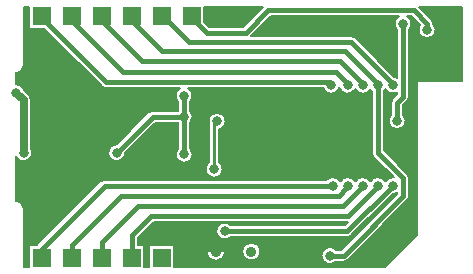
<source format=gbr>
%FSLAX25Y25*%
%MOIN*%
G04 EasyPC Gerber Version 18.0.8 Build 3632 *
%ADD119R,0.06000X0.06000*%
%ADD99C,0.00500*%
%ADD103C,0.01000*%
%ADD123C,0.01500*%
%ADD121C,0.02500*%
%ADD120C,0.03200*%
%ADD109C,0.03543*%
X0Y0D02*
D02*
D99*
X50250Y25250D02*
G75*
G02X52750Y22750J-2500D01*
G01*
Y3250*
X54500*
Y10500*
X57189*
G75*
G02X57336Y10664I1561J-1252*
G01*
X78336Y31664*
G75*
G02X79750Y32250I1414J-1414*
G01*
X153720*
G75*
G02X158250Y31619I2030J-2000*
G01*
G75*
G02X163250I2500J-1369*
G01*
G75*
G02X168250I2500J-1369*
G01*
G75*
G02X173250I2500J-1369*
G01*
G75*
G02X176092Y33080I2500J-1369*
G01*
X169336Y39836*
G75*
G02X168750Y41250I1414J1414*
G01*
Y61720*
G75*
G02X168250Y62381I1999J2030*
G01*
G75*
G02X163250I-2500J1369*
G01*
G75*
G02X158000Y63000I-2500J1369*
G01*
G75*
G02X152580Y62750I-2750J750*
G01*
X107619*
G75*
G02X108250Y58220I-1369J-2500*
G01*
Y55280*
G75*
G02Y51220I-2000J-2030*
G01*
Y42780*
G75*
G02X109100Y40750I-2000J-2030*
G01*
G75*
G02X103400I-2850*
G01*
G75*
G02X104250Y42780I2850*
G01*
Y51220*
G75*
G02X104220Y51250I1993J2023*
G01*
X96578*
X86600Y41272*
G75*
G02Y41250I-2872J-11*
G01*
G75*
G02X80900I-2850*
G01*
G75*
G02X83772Y44100I2850*
G01*
X94336Y54664*
G75*
G02X95750Y55250I1414J-1414*
G01*
X104220*
G75*
G02X104250Y55280I2023J-1993*
G01*
Y58220*
G75*
G02X104881Y62750I2000J2030*
G01*
X80250*
G75*
G02X78836Y63336J2000*
G01*
X59672Y82500*
X54500*
Y89750*
X52750*
Y70250*
G75*
G02X50250Y67750I-2500*
G01*
Y64100*
G75*
G02X52985Y62050J-2850*
G01*
X54518Y60518*
G75*
G02X55250Y58750I-1768J-1768*
G01*
Y42619*
G75*
G02X50250Y39881I-2500J-1369*
G01*
Y25250*
X114500Y38000D02*
Y51002D01*
G75*
G02X114400Y51750I2750J748*
G01*
G75*
G02X120100I2850*
G01*
G75*
G02X118000Y49000I-2850*
G01*
Y38000*
G75*
G02X119100Y35750I-1750J-2250*
G01*
G75*
G02X113400I-2850*
G01*
G75*
G02X114500Y38000I2850*
G01*
X108250Y43750D02*
G36*
Y42780D01*
G75*
G02X109100Y40750I-2000J-2030*
G01*
G75*
G02X103400I-2850*
G01*
G75*
G02X104250Y42780I2850*
G01*
Y51220*
G75*
G02X104220Y51250I1993J2023*
G01*
X96578*
X86600Y41272*
G75*
G02Y41250I-2872J-11*
G01*
G75*
G02X80900I-2850*
G01*
G75*
G02X83772Y44100I2850*
G01*
X94336Y54664*
G75*
G02X95750Y55250I1414J-1414*
G01*
X104220*
G75*
G02X104250Y55280I2023J-1993*
G01*
Y58220*
G75*
G02X104881Y62750I2000J2030*
G01*
X80250*
G75*
G02X78836Y63336J2000*
G01*
X59672Y82500*
X54500*
Y89750*
X52750*
Y70250*
G75*
G02X50250Y67750I-2500*
G01*
Y64100*
G75*
G02X52985Y62050J-2850*
G01*
X54518Y60518*
G75*
G02X55250Y58750I-1768J-1768*
G01*
Y42619*
G75*
G02X50250Y39881I-2500J-1369*
G01*
Y25250*
G75*
G02X52750Y22750J-2500*
G01*
Y3250*
X54500*
Y10500*
X57189*
G75*
G02X57336Y10664I1561J-1252*
G01*
X78336Y31664*
G75*
G02X79750Y32250I1414J-1414*
G01*
X153720*
G75*
G02X158250Y31619I2030J-2000*
G01*
G75*
G02X163250I2500J-1369*
G01*
G75*
G02X168250I2500J-1369*
G01*
G75*
G02X173250I2500J-1369*
G01*
G75*
G02X176092Y33080I2500J-1369*
G01*
X169336Y39836*
G75*
G02X168750Y41250I1414J1414*
G01*
Y43750*
X118000*
Y38000*
G75*
G02X119100Y35750I-1750J-2250*
G01*
G75*
G02X113400I-2850*
G01*
G75*
G02X114500Y38000I2850*
G01*
Y43750*
X108250*
G37*
X114500D02*
G36*
Y51002D01*
G75*
G02X114400Y51750I2750J748*
G01*
G75*
G02X120100I2850*
G01*
G75*
G02X118000Y49000I-2850*
G01*
Y43750*
X168750*
Y61720*
G75*
G02X168250Y62381I1999J2030*
G01*
G75*
G02X163250I-2500J1369*
G01*
G75*
G02X158000Y63000I-2500J1369*
G01*
G75*
G02X152580Y62750I-2750J750*
G01*
X107619*
G75*
G02X108250Y58220I-1369J-2500*
G01*
Y55280*
G75*
G02Y51220I-2000J-2030*
G01*
Y43750*
X114500*
G37*
X113000Y84828D02*
X114578Y83250D01*
X125922*
X132422Y89750*
X113000*
Y84828*
G36*
X114578Y83250*
X125922*
X132422Y89750*
X113000*
Y84828*
G37*
X128578Y80250D02*
X161750D01*
G75*
G02X163164Y79664J-2000*
G01*
X176278Y66551*
G75*
G02X177250Y66173I-528J-2801*
G01*
Y82220*
G75*
G02X177881Y86750I2000J2030*
G01*
X135078*
X128578Y80250*
G36*
X161750*
G75*
G02X163164Y79664J-2000*
G01*
X176278Y66551*
G75*
G02X177250Y66173I-528J-2801*
G01*
Y82220*
G75*
G02X177881Y86750I2000J2030*
G01*
X135078*
X128578Y80250*
G37*
X173250Y3250D02*
X183750Y13750D01*
Y65250*
X198750*
Y89750*
X184578*
X188664Y85664*
G75*
G02X189250Y84281I-1414J-1414*
G01*
G75*
G02X190100Y82250I-2000J-2031*
G01*
G75*
G02X184400I-2850*
G01*
G75*
G02X184863Y83808I2850J0*
G01*
X181922Y86750*
X180619*
G75*
G02X181250Y82220I-1369J-2500*
G01*
Y59950*
G75*
G02X180664Y58536I-2000*
G01*
X179250Y57122*
Y53980*
G75*
G02X180100Y51950I-2000J-2030*
G01*
G75*
G02X174400I-2850*
G01*
G75*
G02X175250Y53980I2850*
G01*
Y57950*
G75*
G02X175836Y59364I2000*
G01*
X177250Y60778*
Y61327*
G75*
G02X173250Y62381I-1500J2423*
G01*
G75*
G02X172750Y61720I-2499J1369*
G01*
Y42078*
X180664Y34164*
G75*
G02X181250Y32750I-1414J-1414*
G01*
Y26750*
G75*
G02X180664Y25336I-2000*
G01*
X160864Y5536*
G75*
G02X159450Y4950I-1414J1414*
G01*
X156880*
G75*
G02X152000Y6950I-2030J2000*
G01*
G75*
G02X156880Y8950I2850*
G01*
X158622*
X177250Y27578*
Y27827*
G75*
G02X175728Y27400I-1500J2424*
G01*
X162054Y13726*
G75*
G02X160640Y13140I-1414J1414*
G01*
X121780*
G75*
G02X116900Y15140I-2030J2000*
G01*
G75*
G02X121780Y17140I2850*
G01*
X159811*
X160764Y18093*
X96144*
X90907Y12856*
Y10500*
X93000*
Y3250*
X94500*
Y10500*
X103000*
Y3250*
X173250*
X113826Y8266D02*
G75*
G02X119869I3022D01*
G01*
G75*
G02X113826I-3022*
G01*
X125637D02*
G75*
G02X131680I3022D01*
G01*
G75*
G02X125637I-3022*
G01*
X103000D02*
G36*
Y3250D01*
X173250*
X183750Y13750*
Y65250*
X198750*
Y89750*
X184578*
X188664Y85664*
G75*
G02X189250Y84281I-1414J-1414*
G01*
G75*
G02X190100Y82250I-2000J-2031*
G01*
G75*
G02X184400I-2850*
G01*
G75*
G02X184863Y83808I2850J0*
G01*
X181922Y86750*
X180619*
G75*
G02X181250Y82220I-1369J-2500*
G01*
Y59950*
G75*
G02X180664Y58536I-2000*
G01*
X179250Y57122*
Y53980*
G75*
G02X180100Y51950I-2000J-2030*
G01*
G75*
G02X174400I-2850*
G01*
G75*
G02X175250Y53980I2850*
G01*
Y57950*
G75*
G02X175836Y59364I2000*
G01*
X177250Y60778*
Y61327*
G75*
G02X173250Y62381I-1500J2423*
G01*
G75*
G02X172750Y61720I-2499J1369*
G01*
Y42078*
X180664Y34164*
G75*
G02X181250Y32750I-1414J-1414*
G01*
Y26750*
G75*
G02X180664Y25336I-2000*
G01*
X160864Y5536*
G75*
G02X159450Y4950I-1414J1414*
G01*
X156880*
G75*
G02X152000Y6950I-2030J2000*
G01*
G75*
G02X152322Y8266I2850*
G01*
X131680*
G75*
G02X125637I-3022*
G01*
X119869*
G75*
G02X113826I-3022*
G01*
X103000*
G37*
X113826D02*
G36*
G75*
G02X119869I3022D01*
G01*
X125637*
G75*
G02X131680I3022*
G01*
X152322*
G75*
G02X156880Y8950I2528J-1316*
G01*
X158622*
X177250Y27578*
Y27827*
G75*
G02X175728Y27400I-1500J2424*
G01*
X162054Y13726*
G75*
G02X160640Y13140I-1414J1414*
G01*
X121780*
G75*
G02X116900Y15140I-2030J2000*
G01*
G75*
G02X121780Y17140I2850*
G01*
X159811*
X160764Y18093*
X96144*
X90907Y12856*
Y10500*
X93000*
Y3250*
X94500*
Y10500*
X103000*
Y8266*
X113826*
G37*
D02*
D103*
X62150Y72250D02*
X60150D01*
X63250Y71150D02*
Y69150D01*
Y73350D02*
Y75350D01*
X64350Y72250D02*
X66350D01*
X74650Y39250D02*
X72650D01*
X75750Y38150D02*
Y36150D01*
Y40350D02*
Y42350D01*
X76850Y39250D02*
X78850D01*
X113150Y60750D02*
X111150D01*
X114250Y59650D02*
Y57650D01*
X115350Y60750D02*
X117350D01*
X116250Y35750D02*
Y51750D01*
X117250*
X116250Y86750D02*
X114250D01*
X121250D02*
X123250D01*
X139472Y82972D02*
X138058Y81558D01*
X139472Y84528D02*
X138058Y85942D01*
X141028Y82972D02*
X142442Y81558D01*
X141028Y84528D02*
X142442Y85942D01*
X164150Y39750D02*
X162150D01*
X164150Y52250D02*
X162150D01*
X165250Y38650D02*
Y36650D01*
Y40850D02*
Y42850D01*
Y51150D02*
Y49150D01*
Y53350D02*
Y55350D01*
X166350Y39750D02*
X168350D01*
X166350Y52250D02*
X168350D01*
X166650Y6750D02*
X164650D01*
X167750Y5650D02*
Y3650D01*
Y7850D02*
Y9850D01*
X168850Y6750D02*
X170850D01*
X181450Y54050D02*
Y52050D01*
Y56250D02*
Y58250D01*
X193150Y85750D02*
X191150D01*
X194250Y84650D02*
Y82650D01*
Y86850D02*
Y88850D01*
X195350Y85750D02*
X197350D01*
D02*
D109*
X116847Y8266D03*
X128658D03*
D02*
D119*
X58750Y6250D03*
Y86750D03*
X68750Y6250D03*
Y86750D03*
X78750Y6250D03*
Y86750D03*
X88750Y6250D03*
Y86750D03*
X98750Y6250D03*
Y86750D03*
X108750D03*
X118750D03*
D02*
D120*
X50250Y61250D03*
X52750Y41250D03*
X63250Y72250D03*
X75750Y39250D03*
X83750Y41250D03*
X106250Y40750D03*
Y53250D03*
Y60250D03*
X114250Y60750D03*
X116250Y35750D03*
X117250Y51750D03*
X119750Y15140D03*
X140250Y83750D03*
X154850Y6950D03*
X155250Y63750D03*
X155750Y30250D03*
X160750D03*
Y63750D03*
X165250Y39750D03*
Y52250D03*
X165750Y30250D03*
Y63750D03*
X167750Y6750D03*
X170750Y30250D03*
Y63750D03*
X175750Y30250D03*
Y63750D03*
X177250Y51950D03*
X179250Y84250D03*
X181450Y55150D03*
X187250Y82250D03*
X194250Y85750D03*
D02*
D121*
X52750Y41250D02*
Y58750D01*
X50250Y61250*
D02*
D123*
X58750Y6250D02*
Y9250D01*
X79750Y30250*
X155750*
X68750Y6250D02*
Y10450D01*
X85250Y26950*
X157850*
X160350Y29450*
X160850Y30250*
X160750*
X78750Y6250D02*
X78850D01*
Y11650*
X90850Y23650*
X159250*
X165850Y30250*
X165750*
X78750Y86750D02*
Y85250D01*
X92250Y71750*
X158250*
X165750Y64250*
Y63750*
X83750Y41250D02*
X95750Y53250D01*
X106250*
X88750Y6250D02*
Y13750D01*
X95250Y20250*
X160850*
X170850Y30250*
X170750*
X88750Y86750D02*
Y85250D01*
X98750Y75250*
X159750*
X170750Y64250*
Y63750*
X98750Y86750D02*
X99250D01*
X107750Y78250*
X161750*
X175750Y64250*
Y63750*
X106250Y53250D02*
Y40750D01*
Y53250D02*
Y60250D01*
X108750Y86750D02*
Y86250D01*
X113750Y81250*
X126750*
X134250Y88750*
X182750*
X187250Y84250*
Y82250*
X119750Y15140D02*
X160640D01*
X175750Y30250*
X155250Y63750D02*
X154250Y64750D01*
X80250*
X58750Y86250*
Y86750*
X160750Y63750D02*
Y64250D01*
X156750Y68250*
X85750*
X68750Y85250*
Y86750*
X170750Y63750D02*
Y41250D01*
X179250Y32750*
Y26750*
X159450Y6950*
X154850*
X179250Y84250D02*
Y59950D01*
X177250Y57950*
Y51950*
X0Y0D02*
M02*

</source>
